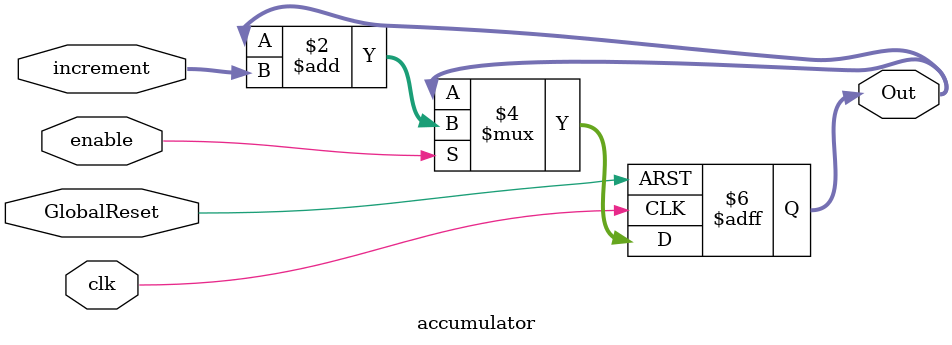
<source format=v>
module accumulator (clk, GlobalReset, enable, increment, Out);
	input clk;
	input GlobalReset;
	input enable;
	input [25:0] increment;
	output reg [25:0] Out; 
	
	always @ (posedge clk or posedge GlobalReset) begin
		if (GlobalReset) begin
			Out <= 25'b0;
		end
		else if(enable) begin
			Out <= Out + increment;
		end
		else begin
			Out <= Out;
		end
	end
endmodule
		
</source>
